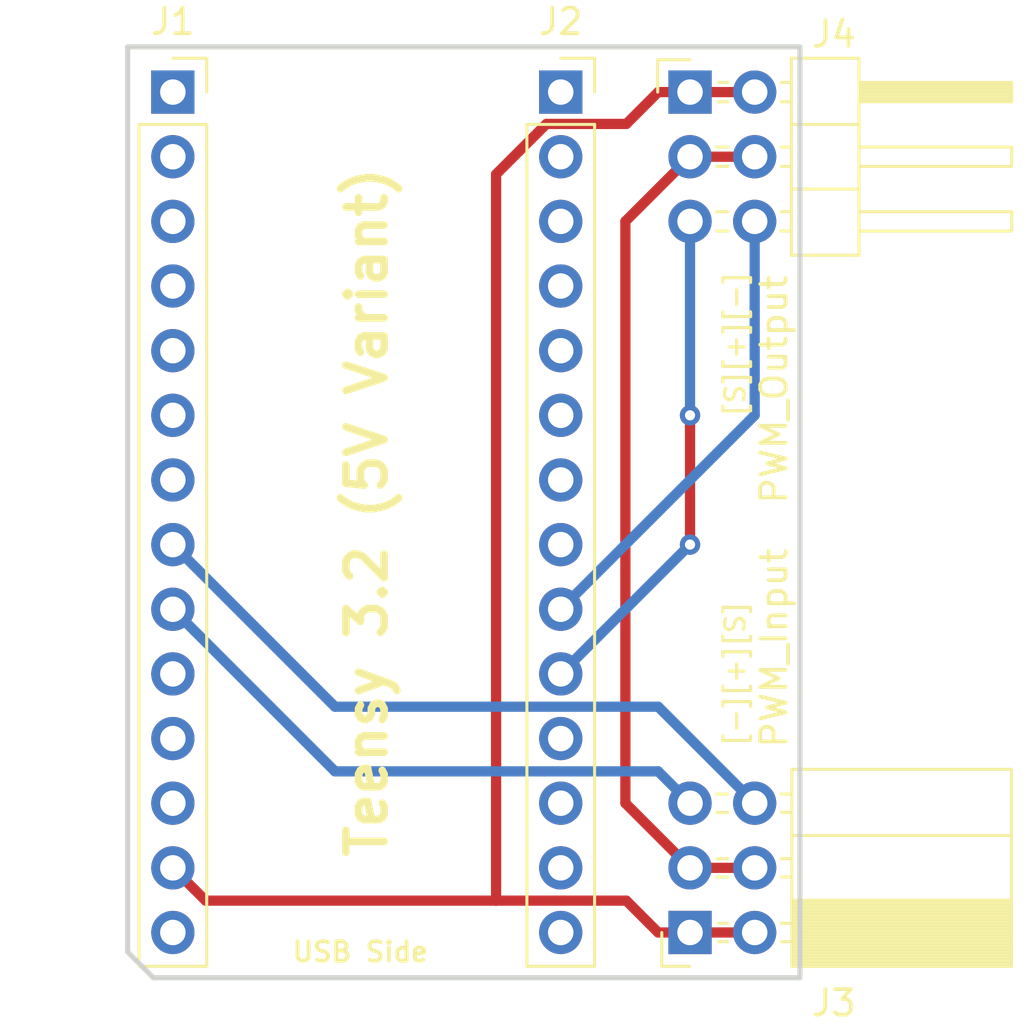
<source format=kicad_pcb>
(kicad_pcb (version 20171130) (host pcbnew "(5.0.2)-1")

  (general
    (thickness 1.6)
    (drawings 10)
    (tracks 34)
    (zones 0)
    (modules 4)
    (nets 7)
  )

  (page A4)
  (layers
    (0 F.Cu signal)
    (31 B.Cu signal)
    (32 B.Adhes user)
    (33 F.Adhes user)
    (34 B.Paste user)
    (35 F.Paste user)
    (36 B.SilkS user)
    (37 F.SilkS user)
    (38 B.Mask user)
    (39 F.Mask user)
    (40 Dwgs.User user)
    (41 Cmts.User user)
    (42 Eco1.User user)
    (43 Eco2.User user)
    (44 Edge.Cuts user)
    (45 Margin user)
    (46 B.CrtYd user)
    (47 F.CrtYd user)
    (48 B.Fab user)
    (49 F.Fab user)
  )

  (setup
    (last_trace_width 0.4024)
    (trace_clearance 0.2)
    (zone_clearance 0.508)
    (zone_45_only no)
    (trace_min 0.2)
    (segment_width 0.2)
    (edge_width 0.15)
    (via_size 0.8)
    (via_drill 0.4)
    (via_min_size 0.4)
    (via_min_drill 0.3)
    (uvia_size 0.3)
    (uvia_drill 0.1)
    (uvias_allowed no)
    (uvia_min_size 0.2)
    (uvia_min_drill 0.1)
    (pcb_text_width 0.3)
    (pcb_text_size 1.5 1.5)
    (mod_edge_width 0.15)
    (mod_text_size 1 1)
    (mod_text_width 0.15)
    (pad_size 1.524 1.524)
    (pad_drill 0.762)
    (pad_to_mask_clearance 0.051)
    (solder_mask_min_width 0.25)
    (aux_axis_origin 0 0)
    (visible_elements FFFFFF7F)
    (pcbplotparams
      (layerselection 0x010fc_ffffffff)
      (usegerberextensions false)
      (usegerberattributes false)
      (usegerberadvancedattributes false)
      (creategerberjobfile false)
      (excludeedgelayer true)
      (linewidth 0.100000)
      (plotframeref false)
      (viasonmask false)
      (mode 1)
      (useauxorigin false)
      (hpglpennumber 1)
      (hpglpenspeed 20)
      (hpglpendiameter 15.000000)
      (psnegative false)
      (psa4output false)
      (plotreference true)
      (plotvalue true)
      (plotinvisibletext false)
      (padsonsilk false)
      (subtractmaskfromsilk false)
      (outputformat 1)
      (mirror false)
      (drillshape 1)
      (scaleselection 1)
      (outputdirectory ""))
  )

  (net 0 "")
  (net 1 GND)
  (net 2 "Net-(J1-Pad9)")
  (net 3 "Net-(J1-Pad8)")
  (net 4 "Net-(J2-Pad9)")
  (net 5 "Net-(J2-Pad10)")
  (net 6 "Net-(J3-Pad3)")

  (net_class Default "This is the default net class."
    (clearance 0.2)
    (trace_width 0.4024)
    (via_dia 0.8)
    (via_drill 0.4)
    (uvia_dia 0.3)
    (uvia_drill 0.1)
    (add_net GND)
    (add_net "Net-(J1-Pad8)")
    (add_net "Net-(J1-Pad9)")
    (add_net "Net-(J2-Pad10)")
    (add_net "Net-(J2-Pad9)")
    (add_net "Net-(J3-Pad3)")
  )

  (module Connector_PinSocket_2.54mm:PinSocket_1x14_P2.54mm_Vertical (layer F.Cu) (tedit 5A19A434) (tstamp 5D203A2A)
    (at 160.02 76.2)
    (descr "Through hole straight socket strip, 1x14, 2.54mm pitch, single row (from Kicad 4.0.7), script generated")
    (tags "Through hole socket strip THT 1x14 2.54mm single row")
    (path /5D123A95)
    (fp_text reference J1 (at 0 -2.77) (layer F.SilkS)
      (effects (font (size 1 1) (thickness 0.15)))
    )
    (fp_text value TOPTOP-14-LEFT (at 0 35.79) (layer F.Fab)
      (effects (font (size 1 1) (thickness 0.15)))
    )
    (fp_text user %R (at 0 16.51 90) (layer F.Fab)
      (effects (font (size 1 1) (thickness 0.15)))
    )
    (fp_line (start -1.8 34.8) (end -1.8 -1.8) (layer F.CrtYd) (width 0.05))
    (fp_line (start 1.75 34.8) (end -1.8 34.8) (layer F.CrtYd) (width 0.05))
    (fp_line (start 1.75 -1.8) (end 1.75 34.8) (layer F.CrtYd) (width 0.05))
    (fp_line (start -1.8 -1.8) (end 1.75 -1.8) (layer F.CrtYd) (width 0.05))
    (fp_line (start 0 -1.33) (end 1.33 -1.33) (layer F.SilkS) (width 0.12))
    (fp_line (start 1.33 -1.33) (end 1.33 0) (layer F.SilkS) (width 0.12))
    (fp_line (start 1.33 1.27) (end 1.33 34.35) (layer F.SilkS) (width 0.12))
    (fp_line (start -1.33 34.35) (end 1.33 34.35) (layer F.SilkS) (width 0.12))
    (fp_line (start -1.33 1.27) (end -1.33 34.35) (layer F.SilkS) (width 0.12))
    (fp_line (start -1.33 1.27) (end 1.33 1.27) (layer F.SilkS) (width 0.12))
    (fp_line (start -1.27 34.29) (end -1.27 -1.27) (layer F.Fab) (width 0.1))
    (fp_line (start 1.27 34.29) (end -1.27 34.29) (layer F.Fab) (width 0.1))
    (fp_line (start 1.27 -0.635) (end 1.27 34.29) (layer F.Fab) (width 0.1))
    (fp_line (start 0.635 -1.27) (end 1.27 -0.635) (layer F.Fab) (width 0.1))
    (fp_line (start -1.27 -1.27) (end 0.635 -1.27) (layer F.Fab) (width 0.1))
    (pad 14 thru_hole oval (at 0 33.02) (size 1.7 1.7) (drill 1) (layers *.Cu *.Mask))
    (pad 13 thru_hole oval (at 0 30.48) (size 1.7 1.7) (drill 1) (layers *.Cu *.Mask)
      (net 1 GND))
    (pad 12 thru_hole oval (at 0 27.94) (size 1.7 1.7) (drill 1) (layers *.Cu *.Mask))
    (pad 11 thru_hole oval (at 0 25.4) (size 1.7 1.7) (drill 1) (layers *.Cu *.Mask))
    (pad 10 thru_hole oval (at 0 22.86) (size 1.7 1.7) (drill 1) (layers *.Cu *.Mask))
    (pad 9 thru_hole oval (at 0 20.32) (size 1.7 1.7) (drill 1) (layers *.Cu *.Mask)
      (net 2 "Net-(J1-Pad9)"))
    (pad 8 thru_hole oval (at 0 17.78) (size 1.7 1.7) (drill 1) (layers *.Cu *.Mask)
      (net 3 "Net-(J1-Pad8)"))
    (pad 7 thru_hole oval (at 0 15.24) (size 1.7 1.7) (drill 1) (layers *.Cu *.Mask))
    (pad 6 thru_hole oval (at 0 12.7) (size 1.7 1.7) (drill 1) (layers *.Cu *.Mask))
    (pad 5 thru_hole oval (at 0 10.16) (size 1.7 1.7) (drill 1) (layers *.Cu *.Mask))
    (pad 4 thru_hole oval (at 0 7.62) (size 1.7 1.7) (drill 1) (layers *.Cu *.Mask))
    (pad 3 thru_hole oval (at 0 5.08) (size 1.7 1.7) (drill 1) (layers *.Cu *.Mask))
    (pad 2 thru_hole oval (at 0 2.54) (size 1.7 1.7) (drill 1) (layers *.Cu *.Mask))
    (pad 1 thru_hole rect (at 0 0) (size 1.7 1.7) (drill 1) (layers *.Cu *.Mask))
    (model ${KISYS3DMOD}/Connector_PinSocket_2.54mm.3dshapes/PinSocket_1x14_P2.54mm_Vertical.wrl
      (at (xyz 0 0 0))
      (scale (xyz 1 1 1))
      (rotate (xyz 0 0 0))
    )
  )

  (module Connector_PinSocket_2.54mm:PinSocket_1x14_P2.54mm_Vertical (layer F.Cu) (tedit 5A19A434) (tstamp 5D203A4C)
    (at 175.26 76.2)
    (descr "Through hole straight socket strip, 1x14, 2.54mm pitch, single row (from Kicad 4.0.7), script generated")
    (tags "Through hole socket strip THT 1x14 2.54mm single row")
    (path /5D123AF0)
    (fp_text reference J2 (at 0 -2.77) (layer F.SilkS)
      (effects (font (size 1 1) (thickness 0.15)))
    )
    (fp_text value BOTTOMBOTTOM-14-LEFT (at 0 35.79) (layer F.Fab)
      (effects (font (size 1 1) (thickness 0.15)))
    )
    (fp_line (start -1.27 -1.27) (end 0.635 -1.27) (layer F.Fab) (width 0.1))
    (fp_line (start 0.635 -1.27) (end 1.27 -0.635) (layer F.Fab) (width 0.1))
    (fp_line (start 1.27 -0.635) (end 1.27 34.29) (layer F.Fab) (width 0.1))
    (fp_line (start 1.27 34.29) (end -1.27 34.29) (layer F.Fab) (width 0.1))
    (fp_line (start -1.27 34.29) (end -1.27 -1.27) (layer F.Fab) (width 0.1))
    (fp_line (start -1.33 1.27) (end 1.33 1.27) (layer F.SilkS) (width 0.12))
    (fp_line (start -1.33 1.27) (end -1.33 34.35) (layer F.SilkS) (width 0.12))
    (fp_line (start -1.33 34.35) (end 1.33 34.35) (layer F.SilkS) (width 0.12))
    (fp_line (start 1.33 1.27) (end 1.33 34.35) (layer F.SilkS) (width 0.12))
    (fp_line (start 1.33 -1.33) (end 1.33 0) (layer F.SilkS) (width 0.12))
    (fp_line (start 0 -1.33) (end 1.33 -1.33) (layer F.SilkS) (width 0.12))
    (fp_line (start -1.8 -1.8) (end 1.75 -1.8) (layer F.CrtYd) (width 0.05))
    (fp_line (start 1.75 -1.8) (end 1.75 34.8) (layer F.CrtYd) (width 0.05))
    (fp_line (start 1.75 34.8) (end -1.8 34.8) (layer F.CrtYd) (width 0.05))
    (fp_line (start -1.8 34.8) (end -1.8 -1.8) (layer F.CrtYd) (width 0.05))
    (fp_text user %R (at 0 16.51 90) (layer F.Fab)
      (effects (font (size 1 1) (thickness 0.15)))
    )
    (pad 1 thru_hole rect (at 0 0) (size 1.7 1.7) (drill 1) (layers *.Cu *.Mask))
    (pad 2 thru_hole oval (at 0 2.54) (size 1.7 1.7) (drill 1) (layers *.Cu *.Mask))
    (pad 3 thru_hole oval (at 0 5.08) (size 1.7 1.7) (drill 1) (layers *.Cu *.Mask))
    (pad 4 thru_hole oval (at 0 7.62) (size 1.7 1.7) (drill 1) (layers *.Cu *.Mask))
    (pad 5 thru_hole oval (at 0 10.16) (size 1.7 1.7) (drill 1) (layers *.Cu *.Mask))
    (pad 6 thru_hole oval (at 0 12.7) (size 1.7 1.7) (drill 1) (layers *.Cu *.Mask))
    (pad 7 thru_hole oval (at 0 15.24) (size 1.7 1.7) (drill 1) (layers *.Cu *.Mask))
    (pad 8 thru_hole oval (at 0 17.78) (size 1.7 1.7) (drill 1) (layers *.Cu *.Mask))
    (pad 9 thru_hole oval (at 0 20.32) (size 1.7 1.7) (drill 1) (layers *.Cu *.Mask)
      (net 4 "Net-(J2-Pad9)"))
    (pad 10 thru_hole oval (at 0 22.86) (size 1.7 1.7) (drill 1) (layers *.Cu *.Mask)
      (net 5 "Net-(J2-Pad10)"))
    (pad 11 thru_hole oval (at 0 25.4) (size 1.7 1.7) (drill 1) (layers *.Cu *.Mask))
    (pad 12 thru_hole oval (at 0 27.94) (size 1.7 1.7) (drill 1) (layers *.Cu *.Mask))
    (pad 13 thru_hole oval (at 0 30.48) (size 1.7 1.7) (drill 1) (layers *.Cu *.Mask))
    (pad 14 thru_hole oval (at 0 33.02) (size 1.7 1.7) (drill 1) (layers *.Cu *.Mask))
    (model ${KISYS3DMOD}/Connector_PinSocket_2.54mm.3dshapes/PinSocket_1x14_P2.54mm_Vertical.wrl
      (at (xyz 0 0 0))
      (scale (xyz 1 1 1))
      (rotate (xyz 0 0 0))
    )
  )

  (module Connector_PinSocket_2.54mm:PinSocket_2x03_P2.54mm_Horizontal (layer F.Cu) (tedit 5D1392D6) (tstamp 5D203A92)
    (at 180.34 109.22 180)
    (descr "Through hole angled socket strip, 2x03, 2.54mm pitch, 8.51mm socket length, double cols (from Kicad 4.0.7), script generated")
    (tags "Through hole angled socket strip THT 2x03 2.54mm double row")
    (path /5D13BA5A)
    (fp_text reference J3 (at -5.65 -2.77 180) (layer F.SilkS)
      (effects (font (size 1 1) (thickness 0.15)))
    )
    (fp_text value PWM_Input (at -3.302 11.176 90) (layer F.SilkS)
      (effects (font (size 1 1) (thickness 0.15)))
    )
    (fp_line (start -12.57 -1.27) (end -5.03 -1.27) (layer F.Fab) (width 0.1))
    (fp_line (start -5.03 -1.27) (end -4.06 -0.3) (layer F.Fab) (width 0.1))
    (fp_line (start -4.06 -0.3) (end -4.06 6.35) (layer F.Fab) (width 0.1))
    (fp_line (start -4.06 6.35) (end -12.57 6.35) (layer F.Fab) (width 0.1))
    (fp_line (start -12.57 6.35) (end -12.57 -1.27) (layer F.Fab) (width 0.1))
    (fp_line (start 0 -0.3) (end -4.06 -0.3) (layer F.Fab) (width 0.1))
    (fp_line (start -4.06 0.3) (end 0 0.3) (layer F.Fab) (width 0.1))
    (fp_line (start 0 0.3) (end 0 -0.3) (layer F.Fab) (width 0.1))
    (fp_line (start 0 2.24) (end -4.06 2.24) (layer F.Fab) (width 0.1))
    (fp_line (start -4.06 2.84) (end 0 2.84) (layer F.Fab) (width 0.1))
    (fp_line (start 0 2.84) (end 0 2.24) (layer F.Fab) (width 0.1))
    (fp_line (start 0 4.78) (end -4.06 4.78) (layer F.Fab) (width 0.1))
    (fp_line (start -4.06 5.38) (end 0 5.38) (layer F.Fab) (width 0.1))
    (fp_line (start 0 5.38) (end 0 4.78) (layer F.Fab) (width 0.1))
    (fp_line (start -12.63 -1.21) (end -4 -1.21) (layer F.SilkS) (width 0.12))
    (fp_line (start -12.63 -1.091905) (end -4 -1.091905) (layer F.SilkS) (width 0.12))
    (fp_line (start -12.63 -0.97381) (end -4 -0.97381) (layer F.SilkS) (width 0.12))
    (fp_line (start -12.63 -0.855715) (end -4 -0.855715) (layer F.SilkS) (width 0.12))
    (fp_line (start -12.63 -0.73762) (end -4 -0.73762) (layer F.SilkS) (width 0.12))
    (fp_line (start -12.63 -0.619525) (end -4 -0.619525) (layer F.SilkS) (width 0.12))
    (fp_line (start -12.63 -0.50143) (end -4 -0.50143) (layer F.SilkS) (width 0.12))
    (fp_line (start -12.63 -0.383335) (end -4 -0.383335) (layer F.SilkS) (width 0.12))
    (fp_line (start -12.63 -0.26524) (end -4 -0.26524) (layer F.SilkS) (width 0.12))
    (fp_line (start -12.63 -0.147145) (end -4 -0.147145) (layer F.SilkS) (width 0.12))
    (fp_line (start -12.63 -0.02905) (end -4 -0.02905) (layer F.SilkS) (width 0.12))
    (fp_line (start -12.63 0.089045) (end -4 0.089045) (layer F.SilkS) (width 0.12))
    (fp_line (start -12.63 0.20714) (end -4 0.20714) (layer F.SilkS) (width 0.12))
    (fp_line (start -12.63 0.325235) (end -4 0.325235) (layer F.SilkS) (width 0.12))
    (fp_line (start -12.63 0.44333) (end -4 0.44333) (layer F.SilkS) (width 0.12))
    (fp_line (start -12.63 0.561425) (end -4 0.561425) (layer F.SilkS) (width 0.12))
    (fp_line (start -12.63 0.67952) (end -4 0.67952) (layer F.SilkS) (width 0.12))
    (fp_line (start -12.63 0.797615) (end -4 0.797615) (layer F.SilkS) (width 0.12))
    (fp_line (start -12.63 0.91571) (end -4 0.91571) (layer F.SilkS) (width 0.12))
    (fp_line (start -12.63 1.033805) (end -4 1.033805) (layer F.SilkS) (width 0.12))
    (fp_line (start -12.63 1.1519) (end -4 1.1519) (layer F.SilkS) (width 0.12))
    (fp_line (start -4 -0.36) (end -3.59 -0.36) (layer F.SilkS) (width 0.12))
    (fp_line (start -1.49 -0.36) (end -1.11 -0.36) (layer F.SilkS) (width 0.12))
    (fp_line (start -4 0.36) (end -3.59 0.36) (layer F.SilkS) (width 0.12))
    (fp_line (start -1.49 0.36) (end -1.11 0.36) (layer F.SilkS) (width 0.12))
    (fp_line (start -4 2.18) (end -3.59 2.18) (layer F.SilkS) (width 0.12))
    (fp_line (start -1.49 2.18) (end -1.05 2.18) (layer F.SilkS) (width 0.12))
    (fp_line (start -4 2.9) (end -3.59 2.9) (layer F.SilkS) (width 0.12))
    (fp_line (start -1.49 2.9) (end -1.05 2.9) (layer F.SilkS) (width 0.12))
    (fp_line (start -4 4.72) (end -3.59 4.72) (layer F.SilkS) (width 0.12))
    (fp_line (start -1.49 4.72) (end -1.05 4.72) (layer F.SilkS) (width 0.12))
    (fp_line (start -4 5.44) (end -3.59 5.44) (layer F.SilkS) (width 0.12))
    (fp_line (start -1.49 5.44) (end -1.05 5.44) (layer F.SilkS) (width 0.12))
    (fp_line (start -12.63 1.27) (end -4 1.27) (layer F.SilkS) (width 0.12))
    (fp_line (start -12.63 3.81) (end -4 3.81) (layer F.SilkS) (width 0.12))
    (fp_line (start -12.63 -1.33) (end -4 -1.33) (layer F.SilkS) (width 0.12))
    (fp_line (start -4 -1.33) (end -4 6.41) (layer F.SilkS) (width 0.12))
    (fp_line (start -12.63 6.41) (end -4 6.41) (layer F.SilkS) (width 0.12))
    (fp_line (start -12.63 -1.33) (end -12.63 6.41) (layer F.SilkS) (width 0.12))
    (fp_line (start 1.11 -1.33) (end 1.11 0) (layer F.SilkS) (width 0.12))
    (fp_line (start 0 -1.33) (end 1.11 -1.33) (layer F.SilkS) (width 0.12))
    (fp_line (start 1.8 -1.8) (end -13.05 -1.8) (layer F.CrtYd) (width 0.05))
    (fp_line (start -13.05 -1.8) (end -13.05 6.85) (layer F.CrtYd) (width 0.05))
    (fp_line (start -13.05 6.85) (end 1.8 6.85) (layer F.CrtYd) (width 0.05))
    (fp_line (start 1.8 6.85) (end 1.8 -1.8) (layer F.CrtYd) (width 0.05))
    (fp_text user %R (at -8.315 2.54 180) (layer F.Fab)
      (effects (font (size 1 1) (thickness 0.15)))
    )
    (pad 1 thru_hole rect (at 0 0 180) (size 1.7 1.7) (drill 1) (layers *.Cu *.Mask)
      (net 1 GND))
    (pad 2 thru_hole oval (at -2.54 0 180) (size 1.7 1.7) (drill 1) (layers *.Cu *.Mask)
      (net 1 GND))
    (pad 3 thru_hole oval (at 0 2.54 180) (size 1.7 1.7) (drill 1) (layers *.Cu *.Mask)
      (net 6 "Net-(J3-Pad3)"))
    (pad 4 thru_hole oval (at -2.54 2.54 180) (size 1.7 1.7) (drill 1) (layers *.Cu *.Mask)
      (net 6 "Net-(J3-Pad3)"))
    (pad 5 thru_hole oval (at 0 5.08 180) (size 1.7 1.7) (drill 1) (layers *.Cu *.Mask)
      (net 2 "Net-(J1-Pad9)"))
    (pad 6 thru_hole oval (at -2.54 5.08 180) (size 1.7 1.7) (drill 1) (layers *.Cu *.Mask)
      (net 3 "Net-(J1-Pad8)"))
    (model ${KISYS3DMOD}/Connector_PinSocket_2.54mm.3dshapes/PinSocket_2x03_P2.54mm_Horizontal.wrl
      (at (xyz 0 0 0))
      (scale (xyz 1 1 1))
      (rotate (xyz 0 0 0))
    )
  )

  (module Connector_PinHeader_2.54mm:PinHeader_2x03_P2.54mm_Horizontal (layer F.Cu) (tedit 5D1392D2) (tstamp 5D203ADB)
    (at 180.34 76.2)
    (descr "Through hole angled pin header, 2x03, 2.54mm pitch, 6mm pin length, double rows")
    (tags "Through hole angled pin header THT 2x03 2.54mm double row")
    (path /5D13893A)
    (fp_text reference J4 (at 5.655 -2.27) (layer F.SilkS)
      (effects (font (size 1 1) (thickness 0.15)))
    )
    (fp_text value PWM_Output (at 3.302 11.684 270) (layer F.SilkS)
      (effects (font (size 1 1) (thickness 0.15)))
    )
    (fp_line (start 4.675 -1.27) (end 6.58 -1.27) (layer F.Fab) (width 0.1))
    (fp_line (start 6.58 -1.27) (end 6.58 6.35) (layer F.Fab) (width 0.1))
    (fp_line (start 6.58 6.35) (end 4.04 6.35) (layer F.Fab) (width 0.1))
    (fp_line (start 4.04 6.35) (end 4.04 -0.635) (layer F.Fab) (width 0.1))
    (fp_line (start 4.04 -0.635) (end 4.675 -1.27) (layer F.Fab) (width 0.1))
    (fp_line (start -0.32 -0.32) (end 4.04 -0.32) (layer F.Fab) (width 0.1))
    (fp_line (start -0.32 -0.32) (end -0.32 0.32) (layer F.Fab) (width 0.1))
    (fp_line (start -0.32 0.32) (end 4.04 0.32) (layer F.Fab) (width 0.1))
    (fp_line (start 6.58 -0.32) (end 12.58 -0.32) (layer F.Fab) (width 0.1))
    (fp_line (start 12.58 -0.32) (end 12.58 0.32) (layer F.Fab) (width 0.1))
    (fp_line (start 6.58 0.32) (end 12.58 0.32) (layer F.Fab) (width 0.1))
    (fp_line (start -0.32 2.22) (end 4.04 2.22) (layer F.Fab) (width 0.1))
    (fp_line (start -0.32 2.22) (end -0.32 2.86) (layer F.Fab) (width 0.1))
    (fp_line (start -0.32 2.86) (end 4.04 2.86) (layer F.Fab) (width 0.1))
    (fp_line (start 6.58 2.22) (end 12.58 2.22) (layer F.Fab) (width 0.1))
    (fp_line (start 12.58 2.22) (end 12.58 2.86) (layer F.Fab) (width 0.1))
    (fp_line (start 6.58 2.86) (end 12.58 2.86) (layer F.Fab) (width 0.1))
    (fp_line (start -0.32 4.76) (end 4.04 4.76) (layer F.Fab) (width 0.1))
    (fp_line (start -0.32 4.76) (end -0.32 5.4) (layer F.Fab) (width 0.1))
    (fp_line (start -0.32 5.4) (end 4.04 5.4) (layer F.Fab) (width 0.1))
    (fp_line (start 6.58 4.76) (end 12.58 4.76) (layer F.Fab) (width 0.1))
    (fp_line (start 12.58 4.76) (end 12.58 5.4) (layer F.Fab) (width 0.1))
    (fp_line (start 6.58 5.4) (end 12.58 5.4) (layer F.Fab) (width 0.1))
    (fp_line (start 3.98 -1.33) (end 3.98 6.41) (layer F.SilkS) (width 0.12))
    (fp_line (start 3.98 6.41) (end 6.64 6.41) (layer F.SilkS) (width 0.12))
    (fp_line (start 6.64 6.41) (end 6.64 -1.33) (layer F.SilkS) (width 0.12))
    (fp_line (start 6.64 -1.33) (end 3.98 -1.33) (layer F.SilkS) (width 0.12))
    (fp_line (start 6.64 -0.38) (end 12.64 -0.38) (layer F.SilkS) (width 0.12))
    (fp_line (start 12.64 -0.38) (end 12.64 0.38) (layer F.SilkS) (width 0.12))
    (fp_line (start 12.64 0.38) (end 6.64 0.38) (layer F.SilkS) (width 0.12))
    (fp_line (start 6.64 -0.32) (end 12.64 -0.32) (layer F.SilkS) (width 0.12))
    (fp_line (start 6.64 -0.2) (end 12.64 -0.2) (layer F.SilkS) (width 0.12))
    (fp_line (start 6.64 -0.08) (end 12.64 -0.08) (layer F.SilkS) (width 0.12))
    (fp_line (start 6.64 0.04) (end 12.64 0.04) (layer F.SilkS) (width 0.12))
    (fp_line (start 6.64 0.16) (end 12.64 0.16) (layer F.SilkS) (width 0.12))
    (fp_line (start 6.64 0.28) (end 12.64 0.28) (layer F.SilkS) (width 0.12))
    (fp_line (start 3.582929 -0.38) (end 3.98 -0.38) (layer F.SilkS) (width 0.12))
    (fp_line (start 3.582929 0.38) (end 3.98 0.38) (layer F.SilkS) (width 0.12))
    (fp_line (start 1.11 -0.38) (end 1.497071 -0.38) (layer F.SilkS) (width 0.12))
    (fp_line (start 1.11 0.38) (end 1.497071 0.38) (layer F.SilkS) (width 0.12))
    (fp_line (start 3.98 1.27) (end 6.64 1.27) (layer F.SilkS) (width 0.12))
    (fp_line (start 6.64 2.16) (end 12.64 2.16) (layer F.SilkS) (width 0.12))
    (fp_line (start 12.64 2.16) (end 12.64 2.92) (layer F.SilkS) (width 0.12))
    (fp_line (start 12.64 2.92) (end 6.64 2.92) (layer F.SilkS) (width 0.12))
    (fp_line (start 3.582929 2.16) (end 3.98 2.16) (layer F.SilkS) (width 0.12))
    (fp_line (start 3.582929 2.92) (end 3.98 2.92) (layer F.SilkS) (width 0.12))
    (fp_line (start 1.042929 2.16) (end 1.497071 2.16) (layer F.SilkS) (width 0.12))
    (fp_line (start 1.042929 2.92) (end 1.497071 2.92) (layer F.SilkS) (width 0.12))
    (fp_line (start 3.98 3.81) (end 6.64 3.81) (layer F.SilkS) (width 0.12))
    (fp_line (start 6.64 4.7) (end 12.64 4.7) (layer F.SilkS) (width 0.12))
    (fp_line (start 12.64 4.7) (end 12.64 5.46) (layer F.SilkS) (width 0.12))
    (fp_line (start 12.64 5.46) (end 6.64 5.46) (layer F.SilkS) (width 0.12))
    (fp_line (start 3.582929 4.7) (end 3.98 4.7) (layer F.SilkS) (width 0.12))
    (fp_line (start 3.582929 5.46) (end 3.98 5.46) (layer F.SilkS) (width 0.12))
    (fp_line (start 1.042929 4.7) (end 1.497071 4.7) (layer F.SilkS) (width 0.12))
    (fp_line (start 1.042929 5.46) (end 1.497071 5.46) (layer F.SilkS) (width 0.12))
    (fp_line (start -1.27 0) (end -1.27 -1.27) (layer F.SilkS) (width 0.12))
    (fp_line (start -1.27 -1.27) (end 0 -1.27) (layer F.SilkS) (width 0.12))
    (fp_line (start -1.8 -1.8) (end -1.8 6.85) (layer F.CrtYd) (width 0.05))
    (fp_line (start -1.8 6.85) (end 13.1 6.85) (layer F.CrtYd) (width 0.05))
    (fp_line (start 13.1 6.85) (end 13.1 -1.8) (layer F.CrtYd) (width 0.05))
    (fp_line (start 13.1 -1.8) (end -1.8 -1.8) (layer F.CrtYd) (width 0.05))
    (fp_text user %R (at 5.31 2.54 90) (layer F.Fab)
      (effects (font (size 1 1) (thickness 0.15)))
    )
    (pad 1 thru_hole rect (at 0 0) (size 1.7 1.7) (drill 1) (layers *.Cu *.Mask)
      (net 1 GND))
    (pad 2 thru_hole oval (at 2.54 0) (size 1.7 1.7) (drill 1) (layers *.Cu *.Mask)
      (net 1 GND))
    (pad 3 thru_hole oval (at 0 2.54) (size 1.7 1.7) (drill 1) (layers *.Cu *.Mask)
      (net 6 "Net-(J3-Pad3)"))
    (pad 4 thru_hole oval (at 2.54 2.54) (size 1.7 1.7) (drill 1) (layers *.Cu *.Mask)
      (net 6 "Net-(J3-Pad3)"))
    (pad 5 thru_hole oval (at 0 5.08) (size 1.7 1.7) (drill 1) (layers *.Cu *.Mask)
      (net 5 "Net-(J2-Pad10)"))
    (pad 6 thru_hole oval (at 2.54 5.08) (size 1.7 1.7) (drill 1) (layers *.Cu *.Mask)
      (net 4 "Net-(J2-Pad9)"))
    (model ${KISYS3DMOD}/Connector_PinHeader_2.54mm.3dshapes/PinHeader_2x03_P2.54mm_Horizontal.wrl
      (at (xyz 0 0 0))
      (scale (xyz 1 1 1))
      (rotate (xyz 0 0 0))
    )
  )

  (gr_text "[S][+][-]\n" (at 182.118 86.106 90) (layer F.SilkS) (tstamp 5D2045CC)
    (effects (font (size 0.762 0.762) (thickness 0.127)))
  )
  (gr_text [-][+][S] (at 182.118 99.06 90) (layer F.SilkS)
    (effects (font (size 0.762 0.762) (thickness 0.127)))
  )
  (gr_text "USB Side" (at 167.386 109.982) (layer F.SilkS) (tstamp 5D20448E)
    (effects (font (size 0.762 0.762) (thickness 0.15)))
  )
  (gr_text "Teensy 3.2 (5V Variant)\n" (at 167.64 92.71 90) (layer F.SilkS)
    (effects (font (size 1.5 1.5) (thickness 0.3)))
  )
  (gr_line (start 158.242 109.982) (end 158.242 74.422) (layer Edge.Cuts) (width 0.2))
  (gr_line (start 159.258 110.998) (end 158.242 109.982) (layer Edge.Cuts) (width 0.2))
  (gr_line (start 184.658 110.998) (end 159.258 110.998) (layer Edge.Cuts) (width 0.2))
  (gr_line (start 184.658 110.744) (end 184.658 110.998) (layer Edge.Cuts) (width 0.2))
  (gr_line (start 184.658 74.422) (end 184.658 110.744) (layer Edge.Cuts) (width 0.2))
  (gr_line (start 158.242 74.422) (end 184.658 74.422) (layer Edge.Cuts) (width 0.2))

  (segment (start 160.869999 97.369999) (end 160.02 96.52) (width 0.4024) (layer B.Cu) (net 2) (status 30))
  (segment (start 166.388799 102.888799) (end 160.869999 97.369999) (width 0.4024) (layer B.Cu) (net 2) (status 20))
  (segment (start 179.088799 102.888799) (end 166.388799 102.888799) (width 0.4024) (layer B.Cu) (net 2))
  (segment (start 180.34 104.14) (end 179.088799 102.888799) (width 0.4024) (layer B.Cu) (net 2) (status 10))
  (segment (start 182.030001 103.290001) (end 182.88 104.14) (width 0.4024) (layer B.Cu) (net 3) (status 30))
  (segment (start 179.088799 100.348799) (end 182.030001 103.290001) (width 0.4024) (layer B.Cu) (net 3) (status 20))
  (segment (start 166.388799 100.348799) (end 179.088799 100.348799) (width 0.4024) (layer B.Cu) (net 3))
  (segment (start 160.02 93.98) (end 166.388799 100.348799) (width 0.4024) (layer B.Cu) (net 3) (status 10))
  (segment (start 182.88 88.9) (end 175.26 96.52) (width 0.4024) (layer B.Cu) (net 4) (status 20))
  (segment (start 182.88 81.28) (end 182.88 88.9) (width 0.4024) (layer B.Cu) (net 4) (status 10))
  (via (at 180.34 88.9) (size 0.8) (drill 0.4) (layers F.Cu B.Cu) (net 5))
  (segment (start 180.34 81.28) (end 180.34 88.9) (width 0.4024) (layer B.Cu) (net 5) (status 10))
  (via (at 180.34 93.98) (size 0.8) (drill 0.4) (layers F.Cu B.Cu) (net 5))
  (segment (start 180.34 88.9) (end 180.34 93.98) (width 0.4024) (layer F.Cu) (net 5))
  (segment (start 180.34 93.98) (end 175.26 99.06) (width 0.4024) (layer B.Cu) (net 5) (status 20))
  (segment (start 182.88 78.74) (end 180.34 78.74) (width 0.4024) (layer F.Cu) (net 6) (status 30))
  (segment (start 179.490001 105.830001) (end 180.34 106.68) (width 0.4024) (layer F.Cu) (net 6) (status 30))
  (segment (start 177.8 104.14) (end 179.490001 105.830001) (width 0.4024) (layer F.Cu) (net 6) (status 20))
  (segment (start 177.8 81.28) (end 177.8 104.14) (width 0.4024) (layer F.Cu) (net 6))
  (segment (start 180.34 78.74) (end 177.8 81.28) (width 0.4024) (layer F.Cu) (net 6) (status 10))
  (segment (start 182.88 106.68) (end 180.34 106.68) (width 0.4024) (layer F.Cu) (net 6) (status 30))
  (segment (start 182.88 76.2) (end 180.34 76.2) (width 0.4024) (layer F.Cu) (net 1) (status 30))
  (segment (start 177.836399 77.451201) (end 174.697021 77.451201) (width 0.4024) (layer F.Cu) (net 1))
  (segment (start 179.0876 76.2) (end 177.836399 77.451201) (width 0.4024) (layer F.Cu) (net 1))
  (segment (start 180.34 76.2) (end 179.0876 76.2) (width 0.4024) (layer F.Cu) (net 1) (status 10))
  (segment (start 180.34 109.22) (end 182.88 109.22) (width 0.4024) (layer F.Cu) (net 1) (status 30))
  (segment (start 160.869999 107.529999) (end 160.02 106.68) (width 0.4024) (layer F.Cu) (net 1))
  (segment (start 161.308799 107.968799) (end 160.869999 107.529999) (width 0.4024) (layer F.Cu) (net 1))
  (segment (start 179.0876 109.22) (end 177.836399 107.968799) (width 0.4024) (layer F.Cu) (net 1))
  (segment (start 180.34 109.22) (end 179.0876 109.22) (width 0.4024) (layer F.Cu) (net 1))
  (segment (start 172.72 79.428222) (end 172.72 107.968799) (width 0.4024) (layer F.Cu) (net 1))
  (segment (start 174.697021 77.451201) (end 172.72 79.428222) (width 0.4024) (layer F.Cu) (net 1))
  (segment (start 177.836399 107.968799) (end 172.72 107.968799) (width 0.4024) (layer F.Cu) (net 1))
  (segment (start 172.72 107.968799) (end 161.308799 107.968799) (width 0.4024) (layer F.Cu) (net 1))

)

</source>
